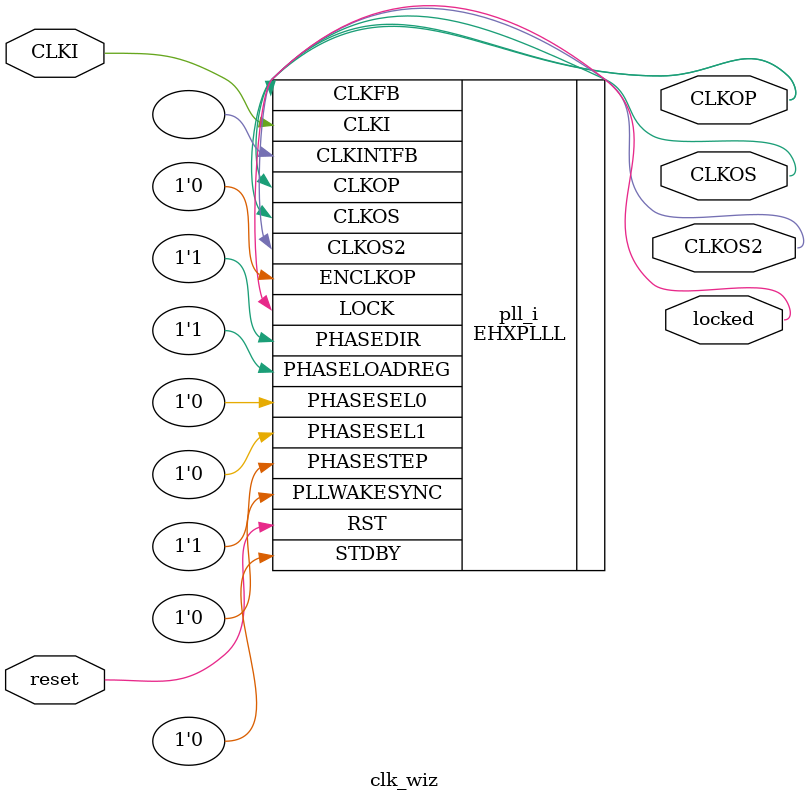
<source format=v>
module clk_wiz
(
    input reset, // 0:inactive, 1:reset
    input CLKI, // 48 MHz, 0 deg
    output CLKOP, // 160 MHz, 0 deg
    output CLKOS, // 160 MHz, 90 deg
    output CLKOS2, // 40 MHz, 0 deg
    output locked
);
(* FREQUENCY_PIN_CLKI="48" *)
(* FREQUENCY_PIN_CLKOP="160" *)
(* FREQUENCY_PIN_CLKOS="160" *)
(* FREQUENCY_PIN_CLKOS2="40" *)
(* ICP_CURRENT="12" *) (* LPF_RESISTOR="8" *) (* MFG_ENABLE_FILTEROPAMP="1" *) (* MFG_GMCREF_SEL="2" *)
EHXPLLL #(
        .PLLRST_ENA("ENABLED"),
        .INTFB_WAKE("DISABLED"),
        .STDBY_ENABLE("DISABLED"),
        .DPHASE_SOURCE("DISABLED"),
        .OUTDIVIDER_MUXA("DIVA"),
        .OUTDIVIDER_MUXB("DIVB"),
        .OUTDIVIDER_MUXC("DIVC"),
        .OUTDIVIDER_MUXD("DIVD"),
        .CLKI_DIV(3),
        .CLKOP_ENABLE("ENABLED"),
        .CLKOP_DIV(4),
        .CLKOP_CPHASE(2),
        .CLKOP_FPHASE(0),
        .CLKOS_ENABLE("ENABLED"),
        .CLKOS_DIV(4),
        .CLKOS_CPHASE(3),
        .CLKOS_FPHASE(0),
        .CLKOS2_ENABLE("ENABLED"),
        .CLKOS2_DIV(16),
        .CLKOS2_CPHASE(2),
        .CLKOS2_FPHASE(0),
        .FEEDBK_PATH("CLKOP"),
        .CLKFB_DIV(10)
    ) pll_i (
        .RST(reset),
        .STDBY(1'b0),
        .CLKI(CLKI),
        .CLKOP(CLKOP),
        .CLKOS(CLKOS),
        .CLKOS2(CLKOS2),
        .CLKFB(CLKOP),
        .CLKINTFB(),
        .PHASESEL0(1'b0),
        .PHASESEL1(1'b0),
        .PHASEDIR(1'b1),
        .PHASESTEP(1'b1),
        .PHASELOADREG(1'b1),
        .PLLWAKESYNC(1'b0),
        .ENCLKOP(1'b0),
        .LOCK(locked)
	);
endmodule

</source>
